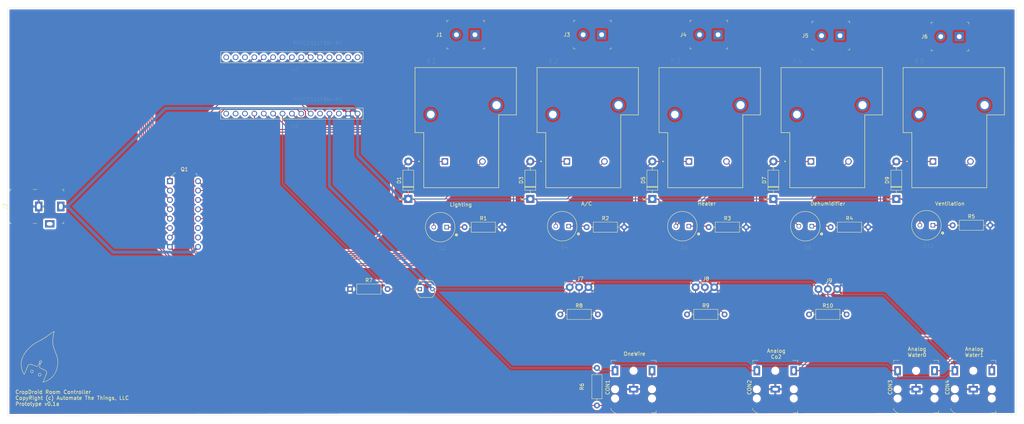
<source format=kicad_pcb>
(kicad_pcb (version 20171130) (host pcbnew 5.1.5-52549c5~84~ubuntu18.04.1)
  (title_block (title "CropDroid Room Controller") (date 2020-02-04) (rev v0.1a) (company "Automate The Things, LLC") (comment 3 "License: Proprietary") (comment 4 "Author: Jeremy Hahn"))
  (layers (0 F.Cu signal) (31 B.Cu signal) (34 B.Paste user) (35 F.Paste user) (36 B.SilkS user) (37 F.SilkS user) (38 B.Mask user) (39 F.Mask user) (44 Edge.Cuts user))
  (net 0 "")
  (net 1 GND)
  (net 2 "Net-(CON1-Pad2)")
  (net 3 "Net-(CON2-Pad2)")
  (net 4 "Net-(CON3-Pad2)")
  (net 5 "Net-(CON4-Pad2)")
  (net 6 "Net-(D1-Pad2)")
  (net 7 +12V)
  (net 8 "Net-(D2-Pad1)")
  (net 9 "Net-(D3-Pad2)")
  (net 10 "Net-(D4-Pad1)")
  (net 11 "Net-(D5-Pad2)")
  (net 12 "Net-(D6-Pad1)")
  (net 13 "Net-(D7-Pad2)")
  (net 14 "Net-(D8-Pad1)")
  (net 15 "Net-(D9-Pad2)")
  (net 16 "Net-(D10-Pad1)")
  (net 17 "Net-(D11-Pad1)")
  (net 18 "Net-(J1-Pad2)")
  (net 19 "Net-(J1-Pad1)")
  (net 20 "Net-(J2-Pad3)")
  (net 21 "Net-(J3-Pad2)")
  (net 22 "Net-(J3-Pad1)")
  (net 23 "Net-(J4-Pad2)")
  (net 24 "Net-(J4-Pad1)")
  (net 25 "Net-(J5-Pad2)")
  (net 26 "Net-(J5-Pad1)")
  (net 27 "Net-(J6-Pad2)")
  (net 28 "Net-(J6-Pad1)")
  (net 29 "Net-(J7-Pad2)")
  (net 30 "Net-(J8-Pad2)")
  (net 31 "Net-(J9-Pad2)")
  (net 32 "Net-(Q1-Pad11)")
  (net 33 "Net-(Q1-Pad10)")
  (net 34 "Net-(Q1-Pad7)")
  (net 35 "Net-(Q1-Pad6)")
  (net 36 "Net-(Q1-Pad5)")
  (net 37 "Net-(Q1-Pad4)")
  (net 38 "Net-(Q1-Pad3)")
  (net 39 "Net-(Q1-Pad2)")
  (net 40 "Net-(Q1-Pad1)")
  (net 41 "Net-(U1-PadP$15)")
  (net 42 "Net-(U1-PadP$14)")
  (net 43 "Net-(U1-PadP$13)")
  (net 44 "Net-(U1-PadP$4)")
  (net 45 "Net-(U1-PadP$3)")
  (net 46 "Net-(U1-PadP$2)")
  (net 47 "Net-(U1-PadP$1)")
  (net 48 "Net-(U2-PadP$15)")
  (net 49 "Net-(U2-PadP$14)")
  (net 50 "Net-(U2-PadP$13)")
  (net 51 "Net-(U2-PadP$5)")
  (net 52 "Net-(U2-PadP$3)")
  (net 53 "Net-(CON1-Pad3)")
  (module libraries:cropdroid_logo (layer F.Cu) (at 20.574 106.426)
    (fp_text reference G*** hide)
    (fp_text value LOGO hide)
  )
  (module T9AS1D12-15:RELAY_T9AS1D12-15 (layer F.Cu) (at 229.362 53.594)
    (fp_text reference K4 (at -3.665025 -27.220035) (layer F.SilkS) (effects (font (size 1.395488 1.395488) (thickness 0.015))))
    (fp_text value T9AS1D12-15)
    (pad 4 thru_hole circle (at 13.97 -15.24) (size 3.29 3.29) (drill 2.19) (layers *.Cu *.Mask) (net 26 "Net-(J5-Pad1)"))
    (pad 3 thru_hole circle (at -3.81 -12.7) (size 3.09 3.09) (drill 2.06) (layers *.Cu *.Mask) (net 25 "Net-(J5-Pad2)"))
    (pad 1 thru_hole rect (at 0 0) (size 1.76 1.76) (drill 1.17) (layers *.Cu *.Mask) (net 13 "Net-(D7-Pad2)"))
    (pad 2 thru_hole circle (at 10.16 0) (size 1.76 1.76) (drill 1.17) (layers *.Cu *.Mask) (net 7 +12V))
  )
  (module PPTC151LFBN-RC:PPTC151LFBN-RC (layer F.Cu) (at 106.68 40.64 180)
    (fp_text reference U2 (at 16.8653 -3.22461) (layer F.SilkS) (effects (font (size 1.002992 1.002992) (thickness 0.015))))
    (fp_text value PPTC151LFBN-RC)
    (fp_text user PPTC151LFBN-RC (at 10.7785 3.81654) (layer F.SilkS) (effects (font (size 1.001717 1.001717) (thickness 0.015))))
    (pad P$15 thru_hole circle (at 35.56 0 180) (size 1.53 1.53) (drill 1.02) (layers *.Cu *.Mask) (net 48 "Net-(U2-PadP$15)"))
    (pad P$14 thru_hole circle (at 33.02 0 180) (size 1.53 1.53) (drill 1.02) (layers *.Cu *.Mask) (net 49 "Net-(U2-PadP$14)"))
    (pad P$13 thru_hole circle (at 30.48 0 180) (size 1.53 1.53) (drill 1.02) (layers *.Cu *.Mask) (net 50 "Net-(U2-PadP$13)"))
    (pad P$12 thru_hole circle (at 27.94 0 180) (size 1.53 1.53) (drill 1.02) (layers *.Cu *.Mask) (net 3 "Net-(CON2-Pad2)"))
    (pad P$11 thru_hole circle (at 25.4 0 180) (size 1.53 1.53) (drill 1.02) (layers *.Cu *.Mask) (net 4 "Net-(CON3-Pad2)"))
    (pad P$10 thru_hole circle (at 22.86 0 180) (size 1.53 1.53) (drill 1.02) (layers *.Cu *.Mask) (net 5 "Net-(CON4-Pad2)"))
    (pad P$9 thru_hole circle (at 20.32 0 180) (size 1.53 1.53) (drill 1.02) (layers *.Cu *.Mask) (net 17 "Net-(D11-Pad1)"))
    (pad P$8 thru_hole circle (at 17.78 0 180) (size 1.53 1.53) (drill 1.02) (layers *.Cu *.Mask) (net 30 "Net-(J8-Pad2)"))
    (pad P$7 thru_hole circle (at 15.24 0 180) (size 1.53 1.53) (drill 1.02) (layers *.Cu *.Mask) (net 31 "Net-(J9-Pad2)"))
    (pad P$6 thru_hole circle (at 12.7 0 180) (size 1.53 1.53) (drill 1.02) (layers *.Cu *.Mask) (net 34 "Net-(Q1-Pad7)"))
    (pad P$5 thru_hole circle (at 10.16 0 180) (size 1.53 1.53) (drill 1.02) (layers *.Cu *.Mask) (net 51 "Net-(U2-PadP$5)"))
    (pad P$4 thru_hole circle (at 7.62 0 180) (size 1.53 1.53) (drill 1.02) (layers *.Cu *.Mask) (net 53 "Net-(CON1-Pad3)"))
    (pad P$3 thru_hole circle (at 5.08 0 180) (size 1.53 1.53) (drill 1.02) (layers *.Cu *.Mask) (net 52 "Net-(U2-PadP$3)"))
    (pad P$2 thru_hole circle (at 2.54 0 180) (size 1.53 1.53) (drill 1.02) (layers *.Cu *.Mask) (net 1 GND))
    (pad P$1 thru_hole circle (at 0 0 180) (size 1.53 1.53) (drill 1.02) (layers *.Cu *.Mask) (net 7 +12V))
  )
  (module PPTC151LFBN-RC:PPTC151LFBN-RC (layer F.Cu) (at 106.68 25.4 180)
    (fp_text reference U1 (at 16.8653 -3.22461) (layer F.SilkS) (effects (font (size 1.002992 1.002992) (thickness 0.015))))
    (fp_text value PPTC151LFBN-RC)
    (fp_text user PPTC151LFBN-RC (at 10.7785 3.81654) (layer F.SilkS) (effects (font (size 1.001717 1.001717) (thickness 0.015))))
    (pad P$15 thru_hole circle (at 35.56 0 180) (size 1.53 1.53) (drill 1.02) (layers *.Cu *.Mask) (net 41 "Net-(U1-PadP$15)"))
    (pad P$14 thru_hole circle (at 33.02 0 180) (size 1.53 1.53) (drill 1.02) (layers *.Cu *.Mask) (net 42 "Net-(U1-PadP$14)"))
    (pad P$13 thru_hole circle (at 30.48 0 180) (size 1.53 1.53) (drill 1.02) (layers *.Cu *.Mask) (net 43 "Net-(U1-PadP$13)"))
    (pad P$12 thru_hole circle (at 27.94 0 180) (size 1.53 1.53) (drill 1.02) (layers *.Cu *.Mask) (net 35 "Net-(Q1-Pad6)"))
    (pad P$11 thru_hole circle (at 25.4 0 180) (size 1.53 1.53) (drill 1.02) (layers *.Cu *.Mask) (net 36 "Net-(Q1-Pad5)"))
    (pad P$10 thru_hole circle (at 22.86 0 180) (size 1.53 1.53) (drill 1.02) (layers *.Cu *.Mask) (net 37 "Net-(Q1-Pad4)"))
    (pad P$9 thru_hole circle (at 20.32 0 180) (size 1.53 1.53) (drill 1.02) (layers *.Cu *.Mask) (net 38 "Net-(Q1-Pad3)"))
    (pad P$8 thru_hole circle (at 17.78 0 180) (size 1.53 1.53) (drill 1.02) (layers *.Cu *.Mask) (net 39 "Net-(Q1-Pad2)"))
    (pad P$7 thru_hole circle (at 15.24 0 180) (size 1.53 1.53) (drill 1.02) (layers *.Cu *.Mask) (net 40 "Net-(Q1-Pad1)"))
    (pad P$6 thru_hole circle (at 12.7 0 180) (size 1.53 1.53) (drill 1.02) (layers *.Cu *.Mask) (net 29 "Net-(J7-Pad2)"))
    (pad P$5 thru_hole circle (at 10.16 0 180) (size 1.53 1.53) (drill 1.02) (layers *.Cu *.Mask) (net 2 "Net-(CON1-Pad2)"))
    (pad P$4 thru_hole circle (at 7.62 0 180) (size 1.53 1.53) (drill 1.02) (layers *.Cu *.Mask) (net 44 "Net-(U1-PadP$4)"))
    (pad P$3 thru_hole circle (at 5.08 0 180) (size 1.53 1.53) (drill 1.02) (layers *.Cu *.Mask) (net 45 "Net-(U1-PadP$3)"))
    (pad P$2 thru_hole circle (at 2.54 0 180) (size 1.53 1.53) (drill 1.02) (layers *.Cu *.Mask) (net 46 "Net-(U1-PadP$2)"))
    (pad P$1 thru_hole circle (at 0 0 180) (size 1.53 1.53) (drill 1.02) (layers *.Cu *.Mask) (net 47 "Net-(U1-PadP$1)"))
  )
  (module Resistor_THT:R_Axial_DIN0207_L6.3mm_D2.5mm_P10.16mm_Horizontal (layer F.Cu) (at 228.854 94.996)
    (fp_text reference R10 (at 5.08 -2.37) (layer F.SilkS))
    (fp_text value 4.7k)
    (pad 2 thru_hole oval (at 10.16 0) (size 1.6 1.6) (drill 0.8) (layers *.Cu *.Mask) (net 31 "Net-(J9-Pad2)"))
    (pad 1 thru_hole circle (at 0 0) (size 1.6 1.6) (drill 0.8) (layers *.Cu *.Mask) (net 53 "Net-(CON1-Pad3)"))
  )
  (module Resistor_THT:R_Axial_DIN0207_L6.3mm_D2.5mm_P10.16mm_Horizontal (layer F.Cu) (at 195.834 94.996)
    (fp_text reference R9 (at 5.08 -2.37) (layer F.SilkS))
    (fp_text value 4.7k)
    (pad 2 thru_hole oval (at 10.16 0) (size 1.6 1.6) (drill 0.8) (layers *.Cu *.Mask) (net 30 "Net-(J8-Pad2)"))
    (pad 1 thru_hole circle (at 0 0) (size 1.6 1.6) (drill 0.8) (layers *.Cu *.Mask) (net 53 "Net-(CON1-Pad3)"))
  )
  (module Resistor_THT:R_Axial_DIN0207_L6.3mm_D2.5mm_P10.16mm_Horizontal (layer F.Cu) (at 161.544 94.996)
    (fp_text reference R8 (at 5.08 -2.37) (layer F.SilkS))
    (fp_text value 4.7k)
    (pad 2 thru_hole oval (at 10.16 0) (size 1.6 1.6) (drill 0.8) (layers *.Cu *.Mask) (net 29 "Net-(J7-Pad2)"))
    (pad 1 thru_hole circle (at 0 0) (size 1.6 1.6) (drill 0.8) (layers *.Cu *.Mask) (net 53 "Net-(CON1-Pad3)"))
  )
  (module Resistor_THT:R_Axial_DIN0207_L6.3mm_D2.5mm_P10.16mm_Horizontal (layer F.Cu) (at 104.648 88.138)
    (fp_text reference R7 (at 5.08 -2.37) (layer F.SilkS))
    (fp_text value 10k)
    (pad 2 thru_hole oval (at 10.16 0) (size 1.6 1.6) (drill 0.8) (layers *.Cu *.Mask) (net 17 "Net-(D11-Pad1)"))
    (pad 1 thru_hole circle (at 0 0) (size 1.6 1.6) (drill 0.8) (layers *.Cu *.Mask) (net 1 GND))
  )
  (module Resistor_THT:R_Axial_DIN0207_L6.3mm_D2.5mm_P10.16mm_Horizontal (layer F.Cu) (at 171.45 109.474 270)
    (fp_text reference R6 (at 5.08 4.064 90) (layer F.SilkS))
    (fp_text value 4.7k)
    (pad 2 thru_hole oval (at 10.16 0 270) (size 1.6 1.6) (drill 0.8) (layers *.Cu *.Mask) (net 2 "Net-(CON1-Pad2)"))
    (pad 1 thru_hole circle (at 0 0 270) (size 1.6 1.6) (drill 0.8) (layers *.Cu *.Mask) (net 53 "Net-(CON1-Pad3)"))
  )
  (module Resistor_THT:R_Axial_DIN0207_L6.3mm_D2.5mm_P10.16mm_Horizontal (layer F.Cu) (at 267.716 70.866)
    (fp_text reference R5 (at 5.08 -2.37) (layer F.SilkS))
    (fp_text value "1 Ohm")
    (pad 2 thru_hole oval (at 10.16 0) (size 1.6 1.6) (drill 0.8) (layers *.Cu *.Mask) (net 1 GND))
    (pad 1 thru_hole circle (at 0 0) (size 1.6 1.6) (drill 0.8) (layers *.Cu *.Mask) (net 16 "Net-(D10-Pad1)"))
  )
  (module Resistor_THT:R_Axial_DIN0207_L6.3mm_D2.5mm_P10.16mm_Horizontal (layer F.Cu) (at 234.696 71.374)
    (fp_text reference R4 (at 5.08 -2.37) (layer F.SilkS))
    (fp_text value "1 Ohm")
    (pad 2 thru_hole oval (at 10.16 0) (size 1.6 1.6) (drill 0.8) (layers *.Cu *.Mask) (net 1 GND))
    (pad 1 thru_hole circle (at 0 0) (size 1.6 1.6) (drill 0.8) (layers *.Cu *.Mask) (net 14 "Net-(D8-Pad1)"))
  )
  (module Resistor_THT:R_Axial_DIN0207_L6.3mm_D2.5mm_P10.16mm_Horizontal (layer F.Cu) (at 201.676 71.374)
    (fp_text reference R3 (at 5.08 -2.37) (layer F.SilkS))
    (fp_text value "1 Ohm")
    (pad 2 thru_hole oval (at 10.16 0) (size 1.6 1.6) (drill 0.8) (layers *.Cu *.Mask) (net 1 GND))
    (pad 1 thru_hole circle (at 0 0) (size 1.6 1.6) (drill 0.8) (layers *.Cu *.Mask) (net 12 "Net-(D6-Pad1)"))
  )
  (module Resistor_THT:R_Axial_DIN0207_L6.3mm_D2.5mm_P10.16mm_Horizontal (layer F.Cu) (at 168.656 71.374)
    (fp_text reference R2 (at 5.08 -2.37) (layer F.SilkS))
    (fp_text value "1 Ohm")
    (pad 2 thru_hole oval (at 10.16 0) (size 1.6 1.6) (drill 0.8) (layers *.Cu *.Mask) (net 1 GND))
    (pad 1 thru_hole circle (at 0 0) (size 1.6 1.6) (drill 0.8) (layers *.Cu *.Mask) (net 10 "Net-(D4-Pad1)"))
  )
  (module Resistor_THT:R_Axial_DIN0207_L6.3mm_D2.5mm_P10.16mm_Horizontal (layer F.Cu) (at 135.636 71.374)
    (fp_text reference R1 (at 5.08 -2.37) (layer F.SilkS))
    (fp_text value "1 Ohm")
    (pad 2 thru_hole oval (at 10.16 0) (size 1.6 1.6) (drill 0.8) (layers *.Cu *.Mask) (net 1 GND))
    (pad 1 thru_hole circle (at 0 0) (size 1.6 1.6) (drill 0.8) (layers *.Cu *.Mask) (net 8 "Net-(D2-Pad1)"))
  )
  (module digikey-footprints:DIP-16_W7.62mm (layer F.Cu) (at 55.88 58.928)
    (fp_text reference Q1 (at 3.94 -3.2) (layer F.SilkS))
    (fp_text value ULN2003AN)
    (pad 9 thru_hole circle (at 7.62 17.78) (size 1.6 1.6) (drill 1) (layers *.Cu *.Mask) (net 7 +12V))
    (pad 8 thru_hole circle (at 0 17.78) (size 1.6 1.6) (drill 1) (layers *.Cu *.Mask) (net 1 GND))
    (pad 16 thru_hole circle (at 7.62 0) (size 1.6 1.6) (drill 1) (layers *.Cu *.Mask) (net 6 "Net-(D1-Pad2)"))
    (pad 15 thru_hole circle (at 7.62 2.54) (size 1.6 1.6) (drill 1) (layers *.Cu *.Mask) (net 9 "Net-(D3-Pad2)"))
    (pad 14 thru_hole circle (at 7.62 5.08) (size 1.6 1.6) (drill 1) (layers *.Cu *.Mask) (net 11 "Net-(D5-Pad2)"))
    (pad 13 thru_hole circle (at 7.62 7.62) (size 1.6 1.6) (drill 1) (layers *.Cu *.Mask) (net 13 "Net-(D7-Pad2)"))
    (pad 12 thru_hole circle (at 7.62 10.16) (size 1.6 1.6) (drill 1) (layers *.Cu *.Mask) (net 15 "Net-(D9-Pad2)"))
    (pad 11 thru_hole circle (at 7.62 12.7) (size 1.6 1.6) (drill 1) (layers *.Cu *.Mask) (net 32 "Net-(Q1-Pad11)"))
    (pad 10 thru_hole circle (at 7.62 15.24) (size 1.6 1.6) (drill 1) (layers *.Cu *.Mask) (net 33 "Net-(Q1-Pad10)"))
    (pad 7 thru_hole circle (at 0 15.24) (size 1.6 1.6) (drill 1) (layers *.Cu *.Mask) (net 34 "Net-(Q1-Pad7)"))
    (pad 6 thru_hole circle (at 0 12.7) (size 1.6 1.6) (drill 1) (layers *.Cu *.Mask) (net 35 "Net-(Q1-Pad6)"))
    (pad 5 thru_hole circle (at 0 10.16) (size 1.6 1.6) (drill 1) (layers *.Cu *.Mask) (net 36 "Net-(Q1-Pad5)"))
    (pad 4 thru_hole circle (at 0 7.62) (size 1.6 1.6) (drill 1) (layers *.Cu *.Mask) (net 37 "Net-(Q1-Pad4)"))
    (pad 3 thru_hole circle (at 0 5.08) (size 1.6 1.6) (drill 1) (layers *.Cu *.Mask) (net 38 "Net-(Q1-Pad3)"))
    (pad 2 thru_hole circle (at 0 2.54) (size 1.6 1.6) (drill 1) (layers *.Cu *.Mask) (net 39 "Net-(Q1-Pad2)"))
    (pad 1 thru_hole rect (at 0 0) (size 1.6 1.6) (drill 1) (layers *.Cu *.Mask) (net 40 "Net-(Q1-Pad1)"))
  )
  (module T9AS1D12-15:RELAY_T9AS1D12-15 (layer F.Cu) (at 262.382 53.594)
    (fp_text reference K5 (at -3.665025 -27.220035) (layer F.SilkS) (effects (font (size 1.395488 1.395488) (thickness 0.015))))
    (fp_text value T9AS1D12-15)
    (pad 4 thru_hole circle (at 13.97 -15.24) (size 3.29 3.29) (drill 2.19) (layers *.Cu *.Mask) (net 28 "Net-(J6-Pad1)"))
    (pad 3 thru_hole circle (at -3.81 -12.7) (size 3.09 3.09) (drill 2.06) (layers *.Cu *.Mask) (net 27 "Net-(J6-Pad2)"))
    (pad 1 thru_hole rect (at 0 0) (size 1.76 1.76) (drill 1.17) (layers *.Cu *.Mask) (net 15 "Net-(D9-Pad2)"))
    (pad 2 thru_hole circle (at 10.16 0) (size 1.76 1.76) (drill 1.17) (layers *.Cu *.Mask) (net 7 +12V))
  )
  (module T9AS1D12-15:RELAY_T9AS1D12-15 (layer F.Cu) (at 196.342 53.594)
    (fp_text reference K3 (at -3.665025 -27.220035) (layer F.SilkS) (effects (font (size 1.395488 1.395488) (thickness 0.015))))
    (fp_text value T9AS1D12-15)
    (pad 4 thru_hole circle (at 13.97 -15.24) (size 3.29 3.29) (drill 2.19) (layers *.Cu *.Mask) (net 24 "Net-(J4-Pad1)"))
    (pad 3 thru_hole circle (at -3.81 -12.7) (size 3.09 3.09) (drill 2.06) (layers *.Cu *.Mask) (net 23 "Net-(J4-Pad2)"))
    (pad 1 thru_hole rect (at 0 0) (size 1.76 1.76) (drill 1.17) (layers *.Cu *.Mask) (net 11 "Net-(D5-Pad2)"))
    (pad 2 thru_hole circle (at 10.16 0) (size 1.76 1.76) (drill 1.17) (layers *.Cu *.Mask) (net 7 +12V))
  )
  (module T9AS1D12-15:RELAY_T9AS1D12-15 (layer F.Cu) (at 163.322 53.594)
    (fp_text reference K2 (at -3.665025 -27.220035) (layer F.SilkS) (effects (font (size 1.395488 1.395488) (thickness 0.015))))
    (fp_text value T9AS1D12-15)
    (pad 4 thru_hole circle (at 13.97 -15.24) (size 3.29 3.29) (drill 2.19) (layers *.Cu *.Mask) (net 22 "Net-(J3-Pad1)"))
    (pad 3 thru_hole circle (at -3.81 -12.7) (size 3.09 3.09) (drill 2.06) (layers *.Cu *.Mask) (net 21 "Net-(J3-Pad2)"))
    (pad 1 thru_hole rect (at 0 0) (size 1.76 1.76) (drill 1.17) (layers *.Cu *.Mask) (net 9 "Net-(D3-Pad2)"))
    (pad 2 thru_hole circle (at 10.16 0) (size 1.76 1.76) (drill 1.17) (layers *.Cu *.Mask) (net 7 +12V))
  )
  (module T9AS1D12-15:RELAY_T9AS1D12-15 (layer F.Cu) (at 130.302 53.594)
    (fp_text reference K1 (at -3.665025 -27.220035) (layer F.SilkS) (effects (font (size 1.395488 1.395488) (thickness 0.015))))
    (fp_text value T9AS1D12-15)
    (pad 4 thru_hole circle (at 13.97 -15.24) (size 3.29 3.29) (drill 2.19) (layers *.Cu *.Mask) (net 19 "Net-(J1-Pad1)"))
    (pad 3 thru_hole circle (at -3.81 -12.7) (size 3.09 3.09) (drill 2.06) (layers *.Cu *.Mask) (net 18 "Net-(J1-Pad2)"))
    (pad 1 thru_hole rect (at 0 0) (size 1.76 1.76) (drill 1.17) (layers *.Cu *.Mask) (net 6 "Net-(D1-Pad2)"))
    (pad 2 thru_hole circle (at 10.16 0) (size 1.76 1.76) (drill 1.17) (layers *.Cu *.Mask) (net 7 +12V))
  )
  (module digikey-footprints:PinHeader_1x3_P2.54_Drill1.1mm (layer F.Cu) (at 231.394 88.138)
    (fp_text reference J9 (at 2.85 -2.28) (layer F.SilkS))
    (fp_text value 640456-3)
    (pad 3 thru_hole circle (at 5.08 0) (size 2.1 2.1) (drill 1.1) (layers *.Cu *.Mask) (net 1 GND))
    (pad 2 thru_hole circle (at 2.54 0) (size 2.1 2.1) (drill 1.1) (layers *.Cu *.Mask) (net 31 "Net-(J9-Pad2)"))
    (pad 1 thru_hole circle (at 0 0) (size 2.1 2.1) (drill 1.1) (layers *.Cu *.Mask) (net 53 "Net-(CON1-Pad3)"))
  )
  (module digikey-footprints:PinHeader_1x3_P2.54_Drill1.1mm (layer F.Cu) (at 198.12 87.63)
    (fp_text reference J8 (at 2.85 -2.28) (layer F.SilkS))
    (fp_text value 640456-3)
    (pad 3 thru_hole circle (at 5.08 0) (size 2.1 2.1) (drill 1.1) (layers *.Cu *.Mask) (net 1 GND))
    (pad 2 thru_hole circle (at 2.54 0) (size 2.1 2.1) (drill 1.1) (layers *.Cu *.Mask) (net 30 "Net-(J8-Pad2)"))
    (pad 1 thru_hole circle (at 0 0) (size 2.1 2.1) (drill 1.1) (layers *.Cu *.Mask) (net 53 "Net-(CON1-Pad3)"))
  )
  (module digikey-footprints:PinHeader_1x3_P2.54_Drill1.1mm (layer F.Cu) (at 164.084 87.63)
    (fp_text reference J7 (at 2.85 -2.28) (layer F.SilkS))
    (fp_text value 640456-3)
    (pad 3 thru_hole circle (at 5.08 0) (size 2.1 2.1) (drill 1.1) (layers *.Cu *.Mask) (net 1 GND))
    (pad 2 thru_hole circle (at 2.54 0) (size 2.1 2.1) (drill 1.1) (layers *.Cu *.Mask) (net 29 "Net-(J7-Pad2)"))
    (pad 1 thru_hole circle (at 0 0) (size 2.1 2.1) (drill 1.1) (layers *.Cu *.Mask) (net 53 "Net-(CON1-Pad3)"))
  )
  (module digikey-footprints:Term_Block_1x2_P5mm (layer F.Cu) (at 269.494 19.812 180)
    (fp_text reference J6 (at 9.398 0) (layer F.SilkS))
    (fp_text value OSTTC020162)
    (pad 2 thru_hole circle (at 5 0 180) (size 2.5 2.5) (drill 1.3) (layers *.Cu *.Mask) (net 27 "Net-(J6-Pad2)"))
    (pad 1 thru_hole rect (at 0 0 180) (size 2.5 2.5) (drill 1.3) (layers *.Cu *.Mask) (net 28 "Net-(J6-Pad1)"))
  )
  (module digikey-footprints:Term_Block_1x2_P5mm (layer F.Cu) (at 237.236 19.558 180)
    (fp_text reference J5 (at 9.398 0) (layer F.SilkS))
    (fp_text value OSTTC020162)
    (pad 2 thru_hole circle (at 5 0 180) (size 2.5 2.5) (drill 1.3) (layers *.Cu *.Mask) (net 25 "Net-(J5-Pad2)"))
    (pad 1 thru_hole rect (at 0 0 180) (size 2.5 2.5) (drill 1.3) (layers *.Cu *.Mask) (net 26 "Net-(J5-Pad1)"))
  )
  (module digikey-footprints:Term_Block_1x2_P5mm (layer F.Cu) (at 204.216 19.304 180)
    (fp_text reference J4 (at 9.398 0) (layer F.SilkS))
    (fp_text value OSTTC020162)
    (pad 2 thru_hole circle (at 5 0 180) (size 2.5 2.5) (drill 1.3) (layers *.Cu *.Mask) (net 23 "Net-(J4-Pad2)"))
    (pad 1 thru_hole rect (at 0 0 180) (size 2.5 2.5) (drill 1.3) (layers *.Cu *.Mask) (net 24 "Net-(J4-Pad1)"))
  )
  (module digikey-footprints:Term_Block_1x2_P5mm (layer F.Cu) (at 172.72 19.304 180)
    (fp_text reference J3 (at 9.398 0) (layer F.SilkS))
    (fp_text value OSTTC020162)
    (pad 2 thru_hole circle (at 5 0 180) (size 2.5 2.5) (drill 1.3) (layers *.Cu *.Mask) (net 21 "Net-(J3-Pad2)"))
    (pad 1 thru_hole rect (at 0 0 180) (size 2.5 2.5) (drill 1.3) (layers *.Cu *.Mask) (net 22 "Net-(J3-Pad1)"))
  )
  (module digikey-footprints:Barrel_Jack_5.5mmODx2.1mmID_PJ-102A (layer F.Cu) (at 23.368 65.786 90)
    (fp_text reference J2 (at 0 -12.1 90) (layer F.SilkS))
    (fp_text value PJ-102A)
    (pad 2 thru_hole rect (at 0 -3 90) (size 2.6 2) (drill oval 1.6 1) (layers *.Cu *.Mask) (net 1 GND))
    (pad 1 thru_hole rect (at 0 3 90) (size 2.6 2) (drill oval 1.6 1) (layers *.Cu *.Mask) (net 7 +12V))
    (pad 3 thru_hole rect (at -4.7 0 90) (size 2 2.6) (drill oval 1 1.6) (layers *.Cu *.Mask) (net 20 "Net-(J2-Pad3)"))
  )
  (module digikey-footprints:Term_Block_1x2_P5mm (layer F.Cu) (at 138.43 19.304 180)
    (fp_text reference J1 (at 9.652 0) (layer F.SilkS))
    (fp_text value OSTTC020162)
    (pad 2 thru_hole circle (at 5 0 180) (size 2.5 2.5) (drill 1.3) (layers *.Cu *.Mask) (net 18 "Net-(J1-Pad2)"))
    (pad 1 thru_hole rect (at 0 0 180) (size 2.5 2.5) (drill 1.3) (layers *.Cu *.Mask) (net 19 "Net-(J1-Pad1)"))
  )
  (module libraries:PHODET_PDV-P8103 (layer F.Cu) (at 125.222 88.138)
    (fp_text reference D11 (at -0.035 -3.12761) (layer F.SilkS) (effects (font (size 1.000819 1.000819) (thickness 0.015))))
    (fp_text value D_Photo)
    (pad 2 thru_hole circle (at 1.7 0) (size 1.158 1.158) (drill 0.65) (layers *.Cu *.Mask) (net 53 "Net-(CON1-Pad3)"))
    (pad 1 thru_hole rect (at -1.7 0) (size 1.158 1.158) (drill 0.65) (layers *.Cu *.Mask) (net 17 "Net-(D11-Pad1)"))
  )
  (module libraries:CAPPRD350W60D800H2000 (layer F.Cu) (at 260.604 70.866 180)
    (fp_text reference D10 (at -0.635 -5.715) (layer F.SilkS) (effects (font (thickness 0.015))))
    (fp_text value LED)
    (pad 2 thru_hole circle (at 1.75 0 180) (size 1.23 1.23) (drill 0.82) (layers *.Cu *.Mask) (net 7 +12V))
    (pad 1 thru_hole rect (at -1.75 0 180) (size 1.23 1.23) (drill 0.82) (layers *.Cu *.Mask) (net 16 "Net-(D10-Pad1)"))
  )
  (module Diode_THT:D_DO-41_SOD81_P10.16mm_Horizontal (layer F.Cu) (at 252.476 63.754 90)
    (fp_text reference D9 (at 5.08 -2.47 90) (layer F.SilkS))
    (fp_text value 1N4001)
    (fp_text user K (at 0 -2.1 90) (layer F.SilkS))
    (pad 2 thru_hole oval (at 10.16 0 90) (size 2.2 2.2) (drill 1.1) (layers *.Cu *.Mask) (net 15 "Net-(D9-Pad2)"))
    (pad 1 thru_hole rect (at 0 0 90) (size 2.2 2.2) (drill 1.1) (layers *.Cu *.Mask) (net 7 +12V))
  )
  (module libraries:CAPPRD350W60D800H2000 (layer F.Cu) (at 227.838 71.12 180)
    (fp_text reference D8 (at -0.635 -5.715) (layer F.SilkS) (effects (font (thickness 0.015))))
    (fp_text value LED)
    (pad 2 thru_hole circle (at 1.75 0 180) (size 1.23 1.23) (drill 0.82) (layers *.Cu *.Mask) (net 7 +12V))
    (pad 1 thru_hole rect (at -1.75 0 180) (size 1.23 1.23) (drill 0.82) (layers *.Cu *.Mask) (net 14 "Net-(D8-Pad1)"))
  )
  (module Diode_THT:D_DO-41_SOD81_P10.16mm_Horizontal (layer F.Cu) (at 219.202 63.754 90)
    (fp_text reference D7 (at 5.08 -2.47 90) (layer F.SilkS))
    (fp_text value 1N4001)
    (fp_text user K (at 0 -2.1 90) (layer F.SilkS))
    (pad 2 thru_hole oval (at 10.16 0 90) (size 2.2 2.2) (drill 1.1) (layers *.Cu *.Mask) (net 13 "Net-(D7-Pad2)"))
    (pad 1 thru_hole rect (at 0 0 90) (size 2.2 2.2) (drill 1.1) (layers *.Cu *.Mask) (net 7 +12V))
  )
  (module libraries:CAPPRD350W60D800H2000 (layer F.Cu) (at 194.564 71.12 180)
    (fp_text reference D6 (at -0.635 -5.715) (layer F.SilkS) (effects (font (thickness 0.015))))
    (fp_text value LED)
    (pad 2 thru_hole circle (at 1.75 0 180) (size 1.23 1.23) (drill 0.82) (layers *.Cu *.Mask) (net 7 +12V))
    (pad 1 thru_hole rect (at -1.75 0 180) (size 1.23 1.23) (drill 0.82) (layers *.Cu *.Mask) (net 12 "Net-(D6-Pad1)"))
  )
  (module Diode_THT:D_DO-41_SOD81_P10.16mm_Horizontal (layer F.Cu) (at 186.436 63.754 90)
    (fp_text reference D5 (at 5.08 -2.47 90) (layer F.SilkS))
    (fp_text value 1N4001)
    (fp_text user K (at 0 -2.1 90) (layer F.SilkS))
    (pad 2 thru_hole oval (at 10.16 0 90) (size 2.2 2.2) (drill 1.1) (layers *.Cu *.Mask) (net 11 "Net-(D5-Pad2)"))
    (pad 1 thru_hole rect (at 0 0 90) (size 2.2 2.2) (drill 1.1) (layers *.Cu *.Mask) (net 7 +12V))
  )
  (module libraries:CAPPRD350W60D800H2000 (layer F.Cu) (at 162.052 71.12 180)
    (fp_text reference D4 (at -0.635 -5.715) (layer F.SilkS) (effects (font (thickness 0.015))))
    (fp_text value LED)
    (pad 2 thru_hole circle (at 1.75 0 180) (size 1.23 1.23) (drill 0.82) (layers *.Cu *.Mask) (net 7 +12V))
    (pad 1 thru_hole rect (at -1.75 0 180) (size 1.23 1.23) (drill 0.82) (layers *.Cu *.Mask) (net 10 "Net-(D4-Pad1)"))
  )
  (module Diode_THT:D_DO-41_SOD81_P10.16mm_Horizontal (layer F.Cu) (at 153.416 63.754 90)
    (fp_text reference D3 (at 5.08 -2.47 90) (layer F.SilkS))
    (fp_text value 1N4001)
    (fp_text user K (at 0 -2.1 90) (layer F.SilkS))
    (pad 2 thru_hole oval (at 10.16 0 90) (size 2.2 2.2) (drill 1.1) (layers *.Cu *.Mask) (net 9 "Net-(D3-Pad2)"))
    (pad 1 thru_hole rect (at 0 0 90) (size 2.2 2.2) (drill 1.1) (layers *.Cu *.Mask) (net 7 +12V))
  )
  (module libraries:CAPPRD350W60D800H2000 (layer F.Cu) (at 129.032 71.374 180)
    (fp_text reference D2 (at -0.635 -5.715) (layer F.SilkS) (effects (font (thickness 0.015))))
    (fp_text value LED)
    (pad 2 thru_hole circle (at 1.75 0 180) (size 1.23 1.23) (drill 0.82) (layers *.Cu *.Mask) (net 7 +12V))
    (pad 1 thru_hole rect (at -1.75 0 180) (size 1.23 1.23) (drill 0.82) (layers *.Cu *.Mask) (net 8 "Net-(D2-Pad1)"))
  )
  (module Diode_THT:D_DO-41_SOD81_P10.16mm_Horizontal (layer F.Cu) (at 120.396 63.754 90)
    (fp_text reference D1 (at 5.08 -2.47 90) (layer F.SilkS))
    (fp_text value 1N4001)
    (fp_text user K (at 0 -2.1 90) (layer F.SilkS))
    (pad 2 thru_hole oval (at 10.16 0 90) (size 2.2 2.2) (drill 1.1) (layers *.Cu *.Mask) (net 6 "Net-(D1-Pad2)"))
    (pad 1 thru_hole rect (at 0 0 90) (size 2.2 2.2) (drill 1.1) (layers *.Cu *.Mask) (net 7 +12V))
  )
  (module digikey-footprints:Headphone_Jack_3.5mm_SJ1-3523N (layer F.Cu) (at 273.304 110.236 90)
    (fp_text reference CON4 (at -4.5 -7 90) (layer F.SilkS))
    (fp_text value SJ1-3523N)
    (pad "" np_thru_hole circle (at -7.5 5 90) (size 1.2 1.2) (drill 1.2) (layers *.Cu *.Mask))
    (pad "" np_thru_hole circle (at -5 5 90) (size 1.2 1.2) (drill 1.2) (layers *.Cu *.Mask))
    (pad "" np_thru_hole circle (at -7.5 -5 90) (size 1.2 1.2) (drill 1.2) (layers *.Cu *.Mask))
    (pad "" np_thru_hole circle (at -5 -5 90) (size 1.2 1.2) (drill 1.2) (layers *.Cu *.Mask))
    (pad "" np_thru_hole circle (at 0 0 90) (size 1.2 1.2) (drill 1.2) (layers *.Cu *.Mask))
    (pad 1 thru_hole rect (at -5 0 90) (size 1.8 2.5) (drill oval 0.8 1.5) (layers *.Cu *.Mask) (net 1 GND))
    (pad 2 thru_hole rect (at 0 5 90) (size 2.5 1.8) (drill oval 1.5 0.8) (layers *.Cu *.Mask) (net 5 "Net-(CON4-Pad2)"))
    (pad 3 thru_hole rect (at 0 -5 90) (size 2.5 1.8) (drill oval 1.5 0.8) (layers *.Cu *.Mask) (net 53 "Net-(CON1-Pad3)"))
  )
  (module digikey-footprints:Headphone_Jack_3.5mm_SJ1-3523N (layer F.Cu) (at 257.81 110.236 90)
    (fp_text reference CON3 (at -4.5 -7 90) (layer F.SilkS))
    (fp_text value SJ1-3523N)
    (pad "" np_thru_hole circle (at -7.5 5 90) (size 1.2 1.2) (drill 1.2) (layers *.Cu *.Mask))
    (pad "" np_thru_hole circle (at -5 5 90) (size 1.2 1.2) (drill 1.2) (layers *.Cu *.Mask))
    (pad "" np_thru_hole circle (at -7.5 -5 90) (size 1.2 1.2) (drill 1.2) (layers *.Cu *.Mask))
    (pad "" np_thru_hole circle (at -5 -5 90) (size 1.2 1.2) (drill 1.2) (layers *.Cu *.Mask))
    (pad "" np_thru_hole circle (at 0 0 90) (size 1.2 1.2) (drill 1.2) (layers *.Cu *.Mask))
    (pad 1 thru_hole rect (at -5 0 90) (size 1.8 2.5) (drill oval 0.8 1.5) (layers *.Cu *.Mask) (net 1 GND))
    (pad 2 thru_hole rect (at 0 5 90) (size 2.5 1.8) (drill oval 1.5 0.8) (layers *.Cu *.Mask) (net 4 "Net-(CON3-Pad2)"))
    (pad 3 thru_hole rect (at 0 -5 90) (size 2.5 1.8) (drill oval 1.5 0.8) (layers *.Cu *.Mask) (net 53 "Net-(CON1-Pad3)"))
  )
  (module digikey-footprints:Headphone_Jack_3.5mm_SJ1-3523N (layer F.Cu) (at 219.71 110.236 90)
    (fp_text reference CON2 (at -4.5 -7 90) (layer F.SilkS))
    (fp_text value SJ1-3523N)
    (pad "" np_thru_hole circle (at -7.5 5 90) (size 1.2 1.2) (drill 1.2) (layers *.Cu *.Mask))
    (pad "" np_thru_hole circle (at -5 5 90) (size 1.2 1.2) (drill 1.2) (layers *.Cu *.Mask))
    (pad "" np_thru_hole circle (at -7.5 -5 90) (size 1.2 1.2) (drill 1.2) (layers *.Cu *.Mask))
    (pad "" np_thru_hole circle (at -5 -5 90) (size 1.2 1.2) (drill 1.2) (layers *.Cu *.Mask))
    (pad "" np_thru_hole circle (at 0 0 90) (size 1.2 1.2) (drill 1.2) (layers *.Cu *.Mask))
    (pad 1 thru_hole rect (at -5 0 90) (size 1.8 2.5) (drill oval 0.8 1.5) (layers *.Cu *.Mask) (net 1 GND))
    (pad 2 thru_hole rect (at 0 5 90) (size 2.5 1.8) (drill oval 1.5 0.8) (layers *.Cu *.Mask) (net 3 "Net-(CON2-Pad2)"))
    (pad 3 thru_hole rect (at 0 -5 90) (size 2.5 1.8) (drill oval 1.5 0.8) (layers *.Cu *.Mask) (net 53 "Net-(CON1-Pad3)"))
  )
  (module digikey-footprints:Headphone_Jack_3.5mm_SJ1-3523N (layer F.Cu) (at 181.356 110.236 90)
    (fp_text reference CON1 (at -4.5 -7 90) (layer F.SilkS))
    (fp_text value SJ1-3523N)
    (pad "" np_thru_hole circle (at -7.5 5 90) (size 1.2 1.2) (drill 1.2) (layers *.Cu *.Mask))
    (pad "" np_thru_hole circle (at -5 5 90) (size 1.2 1.2) (drill 1.2) (layers *.Cu *.Mask))
    (pad "" np_thru_hole circle (at -7.5 -5 90) (size 1.2 1.2) (drill 1.2) (layers *.Cu *.Mask))
    (pad "" np_thru_hole circle (at -5 -5 90) (size 1.2 1.2) (drill 1.2) (layers *.Cu *.Mask))
    (pad "" np_thru_hole circle (at 0 0 90) (size 1.2 1.2) (drill 1.2) (layers *.Cu *.Mask))
    (pad 1 thru_hole rect (at -5 0 90) (size 1.8 2.5) (drill oval 0.8 1.5) (layers *.Cu *.Mask) (net 1 GND))
    (pad 2 thru_hole rect (at 0 5 90) (size 2.5 1.8) (drill oval 1.5 0.8) (layers *.Cu *.Mask) (net 2 "Net-(CON1-Pad2)"))
    (pad 3 thru_hole rect (at 0 -5 90) (size 2.5 1.8) (drill oval 1.5 0.8) (layers *.Cu *.Mask) (net 53 "Net-(CON1-Pad3)"))
  )
  (gr_text Ventilation (at 266.954 65.024) (layer F.SilkS) (effects (font (size 1 1))))
  (gr_text Dehumidifier (at 233.934 65.024) (layer F.SilkS) (effects (font (size 1 1))))
  (gr_text Heater (at 201.168 65.024) (layer F.SilkS) (effects (font (size 1 1))))
  (gr_text A/C (at 168.656 65.024) (layer F.SilkS) (effects (font (size 1 1))))
  (gr_text Lighting (at 134.62 65.278) (layer F.SilkS) (effects (font (size 1 1))))
  (gr_text "Analog\nWater1" (at 273.558 105.156) (layer F.SilkS) (effects (font (size 1 1))))
  (gr_text "Analog\nWater0" (at 258.064 105.156) (layer F.SilkS) (effects (font (size 1 1))))
  (gr_text "Analog\nCo2" (at 219.964 105.664) (layer F.SilkS) (effects (font (size 1 1))))
  (gr_text OneWire (at 181.61 105.664) (layer F.SilkS) (effects (font (size 1 1))))
  (gr_text "CropDroid Room Controller\nCopyRight (c) Automate The Things, LLC\nPrototype v0.1a" (at 13.97 117.602) (layer F.SilkS) (effects (font (size 1 1)) (justify left)))
  (gr_line (start 11.938 122.428) (end 11.938 11.938) (layer Edge.Cuts) (width 0.05))
  (gr_line (start 284.988 122.174) (end 11.938 122.428) (layer Edge.Cuts) (width 0.05))
  (gr_line (start 284.988 11.938) (end 284.988 122.174) (layer Edge.Cuts) (width 0.05))
  (gr_line (start 11.938 11.938) (end 284.988 11.938) (layer Edge.Cuts) (width 0.05))
  (segment (start 172.58137 119.634) (end 171.45 119.634) (width 0.254) (layer F.Cu) (net 2))
  (segment (start 179.793802 119.634) (end 172.58137 119.634) (width 0.254) (layer F.Cu) (net 2))
  (segment (start 186.356 113.071802) (end 179.793802 119.634) (width 0.254) (layer F.Cu) (net 2))
  (segment (start 186.356 110.236) (end 186.356 113.071802) (width 0.254) (layer F.Cu) (net 2))
  (segment (start 95.755001 24.635001) (end 96.52 25.4) (width 0.254) (layer F.Cu) (net 2))
  (segment (start 89.91599 18.79599) (end 95.755001 24.635001) (width 0.254) (layer F.Cu) (net 2))
  (segment (start 66.337576 18.79599) (end 89.91599 18.79599) (width 0.254) (layer F.Cu) (net 2))
  (segment (start 47.751981 37.381585) (end 66.337576 18.79599) (width 0.254) (layer F.Cu) (net 2))
  (segment (start 47.751981 71.794847) (end 47.751981 37.381585) (width 0.254) (layer F.Cu) (net 2))
  (segment (start 95.591134 119.634) (end 47.751981 71.794847) (width 0.254) (layer F.Cu) (net 2))
  (segment (start 171.45 119.634) (end 95.591134 119.634) (width 0.254) (layer F.Cu) (net 2))
  (segment (start 277.622 45.676434) (end 277.578434 45.72) (width 0.254) (layer F.Cu) (net 3))
  (segment (start 225.864 110.236) (end 235.008 101.092) (width 0.254) (layer F.Cu) (net 3))
  (segment (start 277.622 45.72) (end 277.622 45.676434) (width 0.254) (layer F.Cu) (net 3))
  (segment (start 235.008 101.092) (end 271.78 101.092) (width 0.254) (layer F.Cu) (net 3))
  (segment (start 283.21 51.308) (end 277.622 45.72) (width 0.254) (layer F.Cu) (net 3))
  (segment (start 224.71 110.236) (end 225.864 110.236) (width 0.254) (layer F.Cu) (net 3))
  (segment (start 271.78 101.092) (end 283.21 89.662) (width 0.254) (layer F.Cu) (net 3))
  (segment (start 283.21 89.662) (end 283.21 51.308) (width 0.254) (layer F.Cu) (net 3))
  (segment (start 277.622 45.676434) (end 277.495 45.549434) (width 0.254) (layer F.Cu) (net 3))
  (segment (start 82.694561 45.676434) (end 277.622 45.676434) (width 0.254) (layer F.Cu) (net 3))
  (segment (start 78.74 41.721873) (end 82.694561 45.676434) (width 0.254) (layer F.Cu) (net 3))
  (segment (start 78.74 40.64) (end 78.74 41.721873) (width 0.254) (layer F.Cu) (net 3))
  (segment (start 283.718 90.736) (end 283.718 51.054) (width 0.254) (layer F.Cu) (net 4))
  (segment (start 264.218 110.236) (end 262.81 110.236) (width 0.254) (layer F.Cu) (net 4))
  (segment (start 283.718 90.736) (end 264.218 110.236) (width 0.254) (layer F.Cu) (net 4))
  (segment (start 277.62201 44.95801) (end 277.876 45.212) (width 0.254) (layer F.Cu) (net 4))
  (segment (start 85.59801 44.95801) (end 277.62201 44.95801) (width 0.254) (layer F.Cu) (net 4))
  (segment (start 81.28 40.64) (end 85.59801 44.95801) (width 0.254) (layer F.Cu) (net 4))
  (segment (start 283.71799 51.05399) (end 277.876 45.212) (width 0.254) (layer F.Cu) (net 4))
  (segment (start 277.876 45.212) (end 277.622 44.958) (width 0.254) (layer F.Cu) (net 4))
  (segment (start 278.304 110.236) (end 278.304 108.732) (width 0.254) (layer F.Cu) (net 5))
  (segment (start 278.304 108.732) (end 284.226 102.81) (width 0.254) (layer F.Cu) (net 5))
  (segment (start 284.226 102.81) (end 284.226 50.8) (width 0.254) (layer F.Cu) (net 5))
  (segment (start 284.226 50.8) (end 277.876 44.45) (width 0.254) (layer F.Cu) (net 5))
  (segment (start 87.63 44.45) (end 83.82 40.64) (width 0.254) (layer F.Cu) (net 5))
  (segment (start 122.936 44.45) (end 87.63 44.45) (width 0.254) (layer F.Cu) (net 5))
  (segment (start 122.936 44.45) (end 122.682 44.45) (width 0.254) (layer F.Cu) (net 5))
  (segment (start 277.876 44.45) (end 122.936 44.45) (width 0.254) (layer F.Cu) (net 5))
  (segment (start 129.168 53.594) (end 120.396 53.594) (width 0.254) (layer F.Cu) (net 6))
  (segment (start 130.302 53.594) (end 129.168 53.594) (width 0.254) (layer F.Cu) (net 6))
  (segment (start 63.5 58.928) (end 64.299999 59.727999) (width 0.254) (layer F.Cu) (net 6))
  (segment (start 83.349999 59.727999) (end 101.59996 77.97796) (width 0.254) (layer F.Cu) (net 6))
  (segment (start 64.299999 59.727999) (end 83.349999 59.727999) (width 0.254) (layer F.Cu) (net 6))
  (segment (start 101.59996 77.97796) (end 107.95004 77.97796) (width 0.254) (layer F.Cu) (net 6))
  (segment (start 107.95004 77.97796) (end 116.078 69.85) (width 0.254) (layer F.Cu) (net 6))
  (segment (start 116.078 57.912) (end 120.396 53.594) (width 0.254) (layer F.Cu) (net 6))
  (segment (start 116.078 69.85) (end 116.078 57.912) (width 0.254) (layer F.Cu) (net 6))
  (segment (start 127.282 70.504259) (end 127.282 71.374) (width 0.254) (layer F.Cu) (net 7))
  (segment (start 127.282 69.286) (end 127.282 70.504259) (width 0.254) (layer F.Cu) (net 7))
  (segment (start 121.75 63.754) (end 127.282 69.286) (width 0.254) (layer F.Cu) (net 7))
  (segment (start 120.396 63.754) (end 121.75 63.754) (width 0.254) (layer F.Cu) (net 7))
  (segment (start 160.302 70.250259) (end 160.302 71.12) (width 0.254) (layer F.Cu) (net 7))
  (segment (start 160.302 69.286) (end 160.302 70.250259) (width 0.254) (layer F.Cu) (net 7))
  (segment (start 154.77 63.754) (end 160.302 69.286) (width 0.254) (layer F.Cu) (net 7))
  (segment (start 153.416 63.754) (end 154.77 63.754) (width 0.254) (layer F.Cu) (net 7))
  (segment (start 192.814 70.250259) (end 192.814 71.12) (width 0.254) (layer F.Cu) (net 7))
  (segment (start 193.428999 70.505001) (end 192.814 71.12) (width 0.254) (layer F.Cu) (net 7))
  (segment (start 207.381999 56.552001) (end 193.428999 70.505001) (width 0.254) (layer F.Cu) (net 7))
  (segment (start 207.381999 54.473999) (end 207.381999 56.552001) (width 0.254) (layer F.Cu) (net 7))
  (segment (start 206.502 53.594) (end 207.381999 54.473999) (width 0.254) (layer F.Cu) (net 7))
  (segment (start 258.854 69.996259) (end 258.854 70.866) (width 0.254) (layer F.Cu) (net 7))
  (segment (start 258.854 68.778) (end 258.854 69.996259) (width 0.254) (layer F.Cu) (net 7))
  (segment (start 253.83 63.754) (end 258.854 68.778) (width 0.254) (layer F.Cu) (net 7))
  (segment (start 252.476 63.754) (end 253.83 63.754) (width 0.254) (layer F.Cu) (net 7))
  (segment (start 105.915001 39.875001) (end 106.68 40.64) (width 0.762) (layer B.Cu) (net 7))
  (segment (start 105.279999 39.239999) (end 105.915001 39.875001) (width 0.762) (layer B.Cu) (net 7))
  (segment (start 54.676001 39.239999) (end 105.279999 39.239999) (width 0.762) (layer B.Cu) (net 7))
  (segment (start 28.13 65.786) (end 54.676001 39.239999) (width 0.762) (layer B.Cu) (net 7))
  (segment (start 62.064999 78.143001) (end 62.700001 77.507999) (width 0.762) (layer B.Cu) (net 7))
  (segment (start 40.487001 78.143001) (end 62.064999 78.143001) (width 0.762) (layer B.Cu) (net 7))
  (segment (start 28.13 65.786) (end 40.487001 78.143001) (width 0.762) (layer B.Cu) (net 7))
  (segment (start 62.700001 77.507999) (end 63.5 76.708) (width 0.762) (layer B.Cu) (net 7))
  (segment (start 26.368 65.786) (end 28.13 65.786) (width 0.762) (layer B.Cu) (net 7))
  (segment (start 106.68 41.721873) (end 106.68 40.64) (width 0.254) (layer B.Cu) (net 7))
  (segment (start 120.396 63.754) (end 120.396 62.4) (width 0.254) (layer B.Cu) (net 7))
  (segment (start 187.79 63.754) (end 186.436 63.754) (width 0.254) (layer F.Cu) (net 7))
  (segment (start 192.814 68.778) (end 187.79 63.754) (width 0.254) (layer F.Cu) (net 7))
  (segment (start 192.814 71.12) (end 192.814 68.778) (width 0.254) (layer F.Cu) (net 7))
  (segment (start 219.202 64.234) (end 219.202 63.754) (width 0.254) (layer F.Cu) (net 7))
  (segment (start 226.088 71.12) (end 219.202 64.234) (width 0.254) (layer F.Cu) (net 7))
  (segment (start 186.436 63.754) (end 219.202 63.754) (width 0.254) (layer B.Cu) (net 7))
  (segment (start 219.202 63.754) (end 252.476 63.754) (width 0.254) (layer B.Cu) (net 7))
  (segment (start 130.302 63.754) (end 140.462 53.594) (width 0.254) (layer F.Cu) (net 7))
  (segment (start 120.396 63.754) (end 130.302 63.754) (width 0.254) (layer F.Cu) (net 7))
  (segment (start 163.322 63.754) (end 173.482 53.594) (width 0.254) (layer F.Cu) (net 7))
  (segment (start 153.416 63.754) (end 163.322 63.754) (width 0.254) (layer F.Cu) (net 7))
  (segment (start 229.362 63.754) (end 239.522 53.594) (width 0.254) (layer F.Cu) (net 7))
  (segment (start 219.202 63.754) (end 229.362 63.754) (width 0.254) (layer F.Cu) (net 7))
  (segment (start 262.382 63.754) (end 272.542 53.594) (width 0.254) (layer F.Cu) (net 7))
  (segment (start 252.476 63.754) (end 262.382 63.754) (width 0.254) (layer F.Cu) (net 7))
  (segment (start 186.436 63.754) (end 153.416 63.754) (width 0.254) (layer B.Cu) (net 7))
  (segment (start 153.416 63.754) (end 120.396 63.754) (width 0.254) (layer B.Cu) (net 7))
  (segment (start 118.534 63.754) (end 120.396 63.754) (width 0.762) (layer B.Cu) (net 7))
  (segment (start 106.68 51.9) (end 118.534 63.754) (width 0.762) (layer B.Cu) (net 7))
  (segment (start 106.68 40.64) (end 106.68 51.9) (width 0.762) (layer B.Cu) (net 7))
  (segment (start 130.782 71.374) (end 135.636 71.374) (width 0.254) (layer F.Cu) (net 8))
  (segment (start 163.322 53.594) (end 153.416 53.594) (width 0.254) (layer F.Cu) (net 9))
  (segment (start 63.5 61.468) (end 84.07403 61.468) (width 0.254) (layer F.Cu) (net 9))
  (segment (start 84.07403 61.468) (end 101.092 78.48597) (width 0.254) (layer F.Cu) (net 9))
  (segment (start 101.092 78.48597) (end 142.49403 78.48597) (width 0.254) (layer F.Cu) (net 9))
  (segment (start 142.49403 78.48597) (end 148.844 72.136) (width 0.254) (layer F.Cu) (net 9))
  (segment (start 148.844 58.166) (end 153.416 53.594) (width 0.254) (layer F.Cu) (net 9))
  (segment (start 148.844 72.136) (end 148.844 58.166) (width 0.254) (layer F.Cu) (net 9))
  (segment (start 168.402 71.12) (end 168.656 71.374) (width 0.254) (layer F.Cu) (net 10))
  (segment (start 163.802 71.12) (end 168.402 71.12) (width 0.254) (layer F.Cu) (net 10))
  (segment (start 196.342 53.594) (end 186.436 53.594) (width 0.254) (layer F.Cu) (net 11))
  (segment (start 63.5 64.008) (end 85.808434 64.008) (width 0.254) (layer F.Cu) (net 11))
  (segment (start 85.808434 64.008) (end 100.794414 78.99398) (width 0.254) (layer F.Cu) (net 11))
  (segment (start 100.794414 78.99398) (end 175.00602 78.99398) (width 0.254) (layer F.Cu) (net 11))
  (segment (start 175.00602 78.99398) (end 181.864 72.136) (width 0.254) (layer F.Cu) (net 11))
  (segment (start 181.864 58.166) (end 186.436 53.594) (width 0.254) (layer F.Cu) (net 11))
  (segment (start 181.864 72.136) (end 181.864 58.166) (width 0.254) (layer F.Cu) (net 11))
  (segment (start 201.422 71.12) (end 201.676 71.374) (width 0.254) (layer F.Cu) (net 12))
  (segment (start 196.314 71.12) (end 201.422 71.12) (width 0.254) (layer F.Cu) (net 12))
  (segment (start 228.228 53.594) (end 219.202 53.594) (width 0.254) (layer F.Cu) (net 13))
  (segment (start 229.362 53.594) (end 228.228 53.594) (width 0.254) (layer F.Cu) (net 13))
  (segment (start 63.5 66.548) (end 87.63 66.548) (width 0.254) (layer F.Cu) (net 13))
  (segment (start 87.63 66.548) (end 100.58399 79.50199) (width 0.254) (layer F.Cu) (net 13))
  (segment (start 100.58399 79.50199) (end 208.02601 79.50199) (width 0.254) (layer F.Cu) (net 13))
  (segment (start 208.02601 79.50199) (end 214.63 72.898) (width 0.254) (layer F.Cu) (net 13))
  (segment (start 214.63 58.166) (end 219.202 53.594) (width 0.254) (layer F.Cu) (net 13))
  (segment (start 214.63 72.898) (end 214.63 58.166) (width 0.254) (layer F.Cu) (net 13))
  (segment (start 234.442 71.12) (end 234.696 71.374) (width 0.254) (layer F.Cu) (net 14))
  (segment (start 229.588 71.12) (end 234.442 71.12) (width 0.254) (layer F.Cu) (net 14))
  (segment (start 262.382 53.594) (end 252.476 53.594) (width 0.254) (layer F.Cu) (net 15))
  (segment (start 63.5 69.088) (end 89.408 69.088) (width 0.254) (layer F.Cu) (net 15))
  (segment (start 89.408 69.088) (end 100.33 80.01) (width 0.254) (layer F.Cu) (net 15))
  (segment (start 100.33 80.01) (end 241.046 80.01) (width 0.254) (layer F.Cu) (net 15))
  (segment (start 241.046 80.01) (end 248.158 72.898) (width 0.254) (layer F.Cu) (net 15))
  (segment (start 248.158 57.912) (end 252.476 53.594) (width 0.254) (layer F.Cu) (net 15))
  (segment (start 248.158 72.898) (end 248.158 57.912) (width 0.254) (layer F.Cu) (net 15))
  (segment (start 263.223 70.866) (end 267.716 70.866) (width 0.254) (layer F.Cu) (net 16))
  (segment (start 262.354 70.866) (end 263.223 70.866) (width 0.254) (layer F.Cu) (net 16))
  (segment (start 122.689 88.138) (end 114.808 88.138) (width 0.254) (layer F.Cu) (net 17))
  (segment (start 123.522 88.138) (end 122.689 88.138) (width 0.254) (layer F.Cu) (net 17))
  (segment (start 86.36 59.69) (end 86.36 40.64) (width 0.254) (layer B.Cu) (net 17))
  (segment (start 114.808 88.138) (end 86.36 59.69) (width 0.254) (layer B.Cu) (net 17))
  (segment (start 126.492 40.894) (end 128.676959 40.894) (width 5.08) (layer F.Cu) (net 18))
  (segment (start 133.095991 36.474968) (end 133.095991 19.304) (width 5.08) (layer F.Cu) (net 18))
  (segment (start 128.676959 40.894) (end 133.095991 36.474968) (width 5.08) (layer F.Cu) (net 18))
  (segment (start 144.272 25.146) (end 138.43 19.304) (width 5.08) (layer F.Cu) (net 19))
  (segment (start 144.272 38.354) (end 144.272 25.146) (width 5.08) (layer F.Cu) (net 19))
  (segment (start 167.385991 21.082009) (end 167.385991 19.304) (width 5.08) (layer F.Cu) (net 21))
  (segment (start 161.056999 27.411001) (end 167.385991 21.082009) (width 5.08) (layer F.Cu) (net 21))
  (segment (start 159.512 40.894) (end 161.056999 39.349001) (width 5.08) (layer F.Cu) (net 21))
  (segment (start 161.056999 39.349001) (end 161.056999 27.411001) (width 5.08) (layer F.Cu) (net 21))
  (segment (start 177.292 23.876) (end 172.72 19.304) (width 5.08) (layer F.Cu) (net 22))
  (segment (start 177.292 38.354) (end 177.292 23.876) (width 5.08) (layer F.Cu) (net 22))
  (segment (start 198.881991 36.728968) (end 198.881991 19.304) (width 5.08) (layer F.Cu) (net 23))
  (segment (start 192.532 40.894) (end 194.716959 40.894) (width 5.08) (layer F.Cu) (net 23))
  (segment (start 194.716959 40.894) (end 198.881991 36.728968) (width 5.08) (layer F.Cu) (net 23))
  (segment (start 210.312 25.4) (end 204.216 19.304) (width 5.08) (layer F.Cu) (net 24))
  (segment (start 210.312 38.354) (end 210.312 25.4) (width 5.08) (layer F.Cu) (net 24))
  (segment (start 225.552 40.894) (end 231.902 34.544) (width 5.08) (layer F.Cu) (net 25))
  (segment (start 231.901991 21.767419) (end 231.901991 19.558) (width 5.08) (layer F.Cu) (net 25))
  (segment (start 231.902 34.544) (end 231.902 21.767428) (width 5.08) (layer F.Cu) (net 25))
  (segment (start 231.902 21.767428) (end 231.901991 21.767419) (width 5.08) (layer F.Cu) (net 25))
  (segment (start 243.332 25.654) (end 237.236 19.558) (width 5.08) (layer F.Cu) (net 26))
  (segment (start 243.332 38.354) (end 243.332 25.654) (width 5.08) (layer F.Cu) (net 26))
  (segment (start 258.572 40.894) (end 260.756959 40.894) (width 5.08) (layer F.Cu) (net 27))
  (segment (start 264.159991 37.490968) (end 264.159991 19.812) (width 5.08) (layer F.Cu) (net 27))
  (segment (start 260.756959 40.894) (end 264.159991 37.490968) (width 5.08) (layer F.Cu) (net 27))
  (segment (start 276.352 26.67) (end 269.494 19.812) (width 5.08) (layer F.Cu) (net 28))
  (segment (start 276.352 38.354) (end 276.352 26.67) (width 5.08) (layer F.Cu) (net 28))
  (segment (start 166.624 89.916) (end 171.704 94.996) (width 0.254) (layer F.Cu) (net 29))
  (segment (start 166.624 87.63) (end 166.624 89.916) (width 0.254) (layer F.Cu) (net 29))
  (segment (start 93.215001 24.635001) (end 93.98 25.4) (width 0.254) (layer F.Cu) (net 29))
  (segment (start 48.259991 37.635575) (end 61.641567 24.253999) (width 0.254) (layer F.Cu) (net 29))
  (segment (start 48.25999 71.584424) (end 48.259991 37.635575) (width 0.254) (layer F.Cu) (net 29))
  (segment (start 62.874565 86.198999) (end 48.25999 71.584424) (width 0.254) (layer F.Cu) (net 29))
  (segment (start 165.192999 86.198999) (end 62.874565 86.198999) (width 0.254) (layer F.Cu) (net 29))
  (segment (start 166.624 87.63) (end 165.192999 86.198999) (width 0.254) (layer F.Cu) (net 29))
  (segment (start 61.641567 24.253999) (end 61.641567 24.210433) (width 0.254) (layer F.Cu) (net 29))
  (segment (start 61.641567 24.210433) (end 66.548 19.304) (width 0.254) (layer F.Cu) (net 29))
  (segment (start 87.884 19.304) (end 93.98 25.4) (width 0.254) (layer F.Cu) (net 29))
  (segment (start 66.548 19.304) (end 87.884 19.304) (width 0.254) (layer F.Cu) (net 29))
  (segment (start 89.664999 41.404999) (end 88.9 40.64) (width 0.254) (layer F.Cu) (net 30))
  (segment (start 90.046001 41.786001) (end 89.664999 41.404999) (width 0.254) (layer F.Cu) (net 30))
  (segment (start 91.990081 41.786001) (end 90.046001 41.786001) (width 0.254) (layer F.Cu) (net 30))
  (segment (start 92.586001 41.190081) (end 91.990081 41.786001) (width 0.254) (layer F.Cu) (net 30))
  (segment (start 92.586001 40.089919) (end 92.586001 41.190081) (width 0.254) (layer F.Cu) (net 30))
  (segment (start 91.482071 38.985989) (end 92.586001 40.089919) (width 0.254) (layer F.Cu) (net 30))
  (segment (start 70.359495 38.985989) (end 91.482071 38.985989) (width 0.254) (layer F.Cu) (net 30))
  (segment (start 61.81099 47.534494) (end 70.359495 38.985989) (width 0.254) (layer F.Cu) (net 30))
  (segment (start 66.113693 81.788009) (end 61.810989 77.485305) (width 0.254) (layer F.Cu) (net 30))
  (segment (start 194.818009 81.788009) (end 66.113693 81.788009) (width 0.254) (layer F.Cu) (net 30))
  (segment (start 61.810989 77.485305) (end 61.81099 47.534494) (width 0.254) (layer F.Cu) (net 30))
  (segment (start 200.66 87.63) (end 194.818009 81.788009) (width 0.254) (layer F.Cu) (net 30))
  (segment (start 200.66 89.662) (end 205.994 94.996) (width 0.254) (layer F.Cu) (net 30))
  (segment (start 200.66 87.63) (end 200.66 89.662) (width 0.254) (layer F.Cu) (net 30))
  (segment (start 233.934 89.916) (end 239.014 94.996) (width 0.254) (layer F.Cu) (net 31))
  (segment (start 233.934 88.138) (end 233.934 89.916) (width 0.254) (layer F.Cu) (net 31))
  (segment (start 90.293999 39.493999) (end 90.675001 39.875001) (width 0.254) (layer F.Cu) (net 31))
  (segment (start 70.569919 39.493999) (end 90.293999 39.493999) (width 0.254) (layer F.Cu) (net 31))
  (segment (start 90.675001 39.875001) (end 91.44 40.64) (width 0.254) (layer F.Cu) (net 31))
  (segment (start 233.934 86.614) (end 228.6 81.28) (width 0.254) (layer F.Cu) (net 31))
  (segment (start 233.934 88.138) (end 233.934 86.614) (width 0.254) (layer F.Cu) (net 31))
  (segment (start 62.318999 47.744919) (end 70.569919 39.493999) (width 0.254) (layer F.Cu) (net 31))
  (segment (start 66.324118 81.28) (end 62.318999 77.274881) (width 0.254) (layer F.Cu) (net 31))
  (segment (start 228.6 81.28) (end 66.324118 81.28) (width 0.254) (layer F.Cu) (net 31))
  (segment (start 62.318999 77.274881) (end 62.318999 47.744919) (width 0.254) (layer F.Cu) (net 31))
  (segment (start 55.88 74.168) (end 59.944 70.104) (width 0.254) (layer F.Cu) (net 34))
  (segment (start 59.944 70.104) (end 59.944 47.244) (width 0.254) (layer F.Cu) (net 34))
  (segment (start 59.944 47.244) (end 69.85 37.338) (width 0.254) (layer F.Cu) (net 34))
  (segment (start 90.678 37.338) (end 93.98 40.64) (width 0.254) (layer F.Cu) (net 34))
  (segment (start 69.85 37.338) (end 90.678 37.338) (width 0.254) (layer F.Cu) (net 34))
  (segment (start 75.692 28.448) (end 78.74 25.4) (width 0.254) (layer F.Cu) (net 35))
  (segment (start 48.768 71.374) (end 48.768 37.846) (width 0.254) (layer F.Cu) (net 35))
  (segment (start 58.166 28.448) (end 75.692 28.448) (width 0.254) (layer F.Cu) (net 35))
  (segment (start 48.768 37.846) (end 58.166 28.448) (width 0.254) (layer F.Cu) (net 35))
  (segment (start 49.022 71.628) (end 48.768 71.374) (width 0.254) (layer F.Cu) (net 35))
  (segment (start 55.88 71.628) (end 49.022 71.628) (width 0.254) (layer F.Cu) (net 35))
  (segment (start 77.72399 28.95601) (end 81.28 25.4) (width 0.254) (layer F.Cu) (net 36))
  (segment (start 58.41999 28.95601) (end 77.72399 28.95601) (width 0.254) (layer F.Cu) (net 36))
  (segment (start 49.276 38.1) (end 58.41999 28.95601) (width 0.254) (layer F.Cu) (net 36))
  (segment (start 55.88 69.088) (end 49.276 62.484) (width 0.254) (layer F.Cu) (net 36))
  (segment (start 49.276 62.484) (end 49.276 38.1) (width 0.254) (layer F.Cu) (net 36))
  (segment (start 79.75598 29.46402) (end 83.82 25.4) (width 0.254) (layer F.Cu) (net 37))
  (segment (start 50.292 37.846) (end 50.292 37.802434) (width 0.254) (layer F.Cu) (net 37))
  (segment (start 55.88 66.548) (end 49.78401 60.45201) (width 0.254) (layer F.Cu) (net 37))
  (segment (start 49.78401 38.35399) (end 50.292 37.846) (width 0.254) (layer F.Cu) (net 37))
  (segment (start 49.78401 60.45201) (end 49.78401 38.35399) (width 0.254) (layer F.Cu) (net 37))
  (segment (start 50.292 37.802434) (end 58.630414 29.46402) (width 0.254) (layer F.Cu) (net 37))
  (segment (start 58.630414 29.46402) (end 79.75598 29.46402) (width 0.254) (layer F.Cu) (net 37))
  (segment (start 81.78797 29.97203) (end 86.36 25.4) (width 0.254) (layer F.Cu) (net 38))
  (segment (start 58.92797 29.97203) (end 81.78797 29.97203) (width 0.254) (layer F.Cu) (net 38))
  (segment (start 50.843575 38.056425) (end 58.92797 29.97203) (width 0.254) (layer F.Cu) (net 38))
  (segment (start 55.080001 63.208001) (end 54.826001 63.208001) (width 0.254) (layer F.Cu) (net 38))
  (segment (start 50.29202 58.67402) (end 50.29202 38.564414) (width 0.254) (layer F.Cu) (net 38))
  (segment (start 50.800009 38.056425) (end 50.843575 38.056425) (width 0.254) (layer F.Cu) (net 38))
  (segment (start 55.88 64.008) (end 55.080001 63.208001) (width 0.254) (layer F.Cu) (net 38))
  (segment (start 54.826001 63.208001) (end 50.29202 58.67402) (width 0.254) (layer F.Cu) (net 38))
  (segment (start 50.29202 38.564414) (end 50.800009 38.056425) (width 0.254) (layer F.Cu) (net 38))
  (segment (start 83.81996 30.48004) (end 88.9 25.4) (width 0.254) (layer F.Cu) (net 39))
  (segment (start 50.80003 38.86197) (end 59.18196 30.48004) (width 0.254) (layer F.Cu) (net 39))
  (segment (start 59.18196 30.48004) (end 83.81996 30.48004) (width 0.254) (layer F.Cu) (net 39))
  (segment (start 55.88 61.468) (end 50.80003 56.38803) (width 0.254) (layer F.Cu) (net 39))
  (segment (start 50.80003 56.38803) (end 50.80003 38.86197) (width 0.254) (layer F.Cu) (net 39))
  (segment (start 55.88 57.874) (end 51.30804 53.30204) (width 0.254) (layer F.Cu) (net 40))
  (segment (start 55.88 58.928) (end 55.88 57.874) (width 0.254) (layer F.Cu) (net 40))
  (segment (start 51.30804 39.11596) (end 59.43595 30.98805) (width 0.254) (layer F.Cu) (net 40))
  (segment (start 51.30804 53.30204) (end 51.30804 39.11596) (width 0.254) (layer F.Cu) (net 40))
  (segment (start 85.85195 30.98805) (end 91.44 25.4) (width 0.254) (layer F.Cu) (net 40))
  (segment (start 59.43595 30.98805) (end 85.85195 30.98805) (width 0.254) (layer F.Cu) (net 40))
  (segment (start 198.12 92.71) (end 195.834 94.996) (width 0.254) (layer F.Cu) (net 53))
  (segment (start 198.12 87.63) (end 198.12 92.71) (width 0.254) (layer F.Cu) (net 53))
  (segment (start 99.06 60.276) (end 126.922 88.138) (width 0.762) (layer B.Cu) (net 53))
  (segment (start 99.06 40.64) (end 99.06 60.276) (width 0.762) (layer B.Cu) (net 53))
  (segment (start 231.394 88.138) (end 231.394 92.456) (width 0.254) (layer F.Cu) (net 53))
  (segment (start 231.394 92.456) (end 228.854 94.996) (width 0.254) (layer F.Cu) (net 53))
  (segment (start 164.084 87.63) (end 164.084 92.456) (width 0.254) (layer F.Cu) (net 53))
  (segment (start 164.084 92.456) (end 161.544 94.996) (width 0.254) (layer F.Cu) (net 53))
  (segment (start 163.576 88.138) (end 164.084 87.63) (width 0.254) (layer B.Cu) (net 53))
  (segment (start 126.922 88.138) (end 163.576 88.138) (width 0.254) (layer B.Cu) (net 53))
  (segment (start 197.070001 86.580001) (end 198.12 87.63) (width 0.254) (layer B.Cu) (net 53))
  (segment (start 196.688999 86.198999) (end 197.070001 86.580001) (width 0.254) (layer B.Cu) (net 53))
  (segment (start 165.515001 86.198999) (end 196.688999 86.198999) (width 0.254) (layer B.Cu) (net 53))
  (segment (start 164.084 87.63) (end 165.515001 86.198999) (width 0.254) (layer B.Cu) (net 53))
  (segment (start 229.454999 86.198999) (end 230.344001 87.088001) (width 0.254) (layer B.Cu) (net 53))
  (segment (start 199.551001 86.198999) (end 229.454999 86.198999) (width 0.254) (layer B.Cu) (net 53))
  (segment (start 230.344001 87.088001) (end 231.394 88.138) (width 0.254) (layer B.Cu) (net 53))
  (segment (start 198.12 87.63) (end 199.551001 86.198999) (width 0.254) (layer B.Cu) (net 53))
  (segment (start 249.141001 89.569001) (end 268.304 108.732) (width 0.254) (layer B.Cu) (net 53))
  (segment (start 268.304 108.732) (end 268.304 110.236) (width 0.254) (layer B.Cu) (net 53))
  (segment (start 232.825001 89.569001) (end 249.141001 89.569001) (width 0.254) (layer B.Cu) (net 53))
  (segment (start 231.394 88.138) (end 232.825001 89.569001) (width 0.254) (layer B.Cu) (net 53))
  (segment (start 252.937001 111.867001) (end 252.81 111.74) (width 0.254) (layer B.Cu) (net 53))
  (segment (start 265.518999 111.867001) (end 252.937001 111.867001) (width 0.254) (layer B.Cu) (net 53))
  (segment (start 252.81 111.74) (end 252.81 110.236) (width 0.254) (layer B.Cu) (net 53))
  (segment (start 267.15 110.236) (end 265.518999 111.867001) (width 0.254) (layer B.Cu) (net 53))
  (segment (start 268.304 110.236) (end 267.15 110.236) (width 0.254) (layer B.Cu) (net 53))
  (segment (start 214.837001 108.604999) (end 214.71 108.732) (width 0.254) (layer B.Cu) (net 53))
  (segment (start 214.71 108.732) (end 214.71 110.236) (width 0.254) (layer B.Cu) (net 53))
  (segment (start 250.024999 108.604999) (end 214.837001 108.604999) (width 0.254) (layer B.Cu) (net 53))
  (segment (start 251.656 110.236) (end 250.024999 108.604999) (width 0.254) (layer B.Cu) (net 53))
  (segment (start 252.81 110.236) (end 251.656 110.236) (width 0.254) (layer B.Cu) (net 53))
  (segment (start 176.356 108.732) (end 176.356 110.236) (width 0.254) (layer B.Cu) (net 53))
  (segment (start 211.924999 108.604999) (end 176.483001 108.604999) (width 0.254) (layer B.Cu) (net 53))
  (segment (start 213.556 110.236) (end 211.924999 108.604999) (width 0.254) (layer B.Cu) (net 53))
  (segment (start 176.483001 108.604999) (end 176.356 108.732) (width 0.254) (layer B.Cu) (net 53))
  (segment (start 214.71 110.236) (end 213.556 110.236) (width 0.254) (layer B.Cu) (net 53))
  (segment (start 172.212 110.236) (end 171.45 109.474) (width 0.254) (layer B.Cu) (net 53))
  (segment (start 176.356 110.236) (end 172.212 110.236) (width 0.254) (layer B.Cu) (net 53))
  (segment (start 148.258 109.474) (end 126.922 88.138) (width 0.254) (layer B.Cu) (net 53))
  (segment (start 171.45 109.474) (end 148.258 109.474) (width 0.254) (layer B.Cu) (net 53))
  (zone (net 1) (net_name GND) (layer F.Cu) (connect_pads (clearance 0.508)) (min_thickness 0.254) (fill yes (arc_segments 32) (thermal_gap 0.508) (thermal_bridge_width 0.508))
    (polygon (pts (xy 287.02 123.952) (xy 10.16 124.714) (xy 9.906 10.16) (xy 10.16 10.414) (xy 10.16 10.16) (xy 286.766 10.16)))
  )
  (zone (net 1) (net_name GND) (layer B.Cu) (connect_pads (clearance 0.508)) (min_thickness 0.254) (fill yes (arc_segments 32) (thermal_gap 0.508) (thermal_bridge_width 0.508))
    (polygon (pts (xy 287.02 124.206) (xy 10.16 124.714) (xy 9.906 10.16) (xy 287.02 9.906)))
  )
)
</source>
